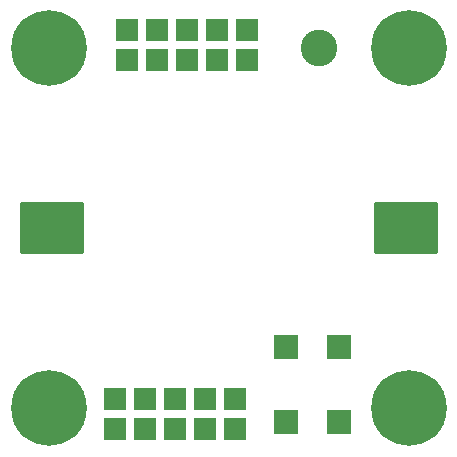
<source format=gbr>
%TF.GenerationSoftware,KiCad,Pcbnew,7.0.7-7.0.7~ubuntu23.04.1*%
%TF.CreationDate,2023-09-17T09:32:36+00:00*%
%TF.ProjectId,RTC02,52544330-322e-46b6-9963-61645f706362,rev?*%
%TF.SameCoordinates,Original*%
%TF.FileFunction,Soldermask,Top*%
%TF.FilePolarity,Negative*%
%FSLAX46Y46*%
G04 Gerber Fmt 4.6, Leading zero omitted, Abs format (unit mm)*
G04 Created by KiCad (PCBNEW 7.0.7-7.0.7~ubuntu23.04.1) date 2023-09-17 09:32:36*
%MOMM*%
%LPD*%
G01*
G04 APERTURE LIST*
G04 Aperture macros list*
%AMRoundRect*
0 Rectangle with rounded corners*
0 $1 Rounding radius*
0 $2 $3 $4 $5 $6 $7 $8 $9 X,Y pos of 4 corners*
0 Add a 4 corners polygon primitive as box body*
4,1,4,$2,$3,$4,$5,$6,$7,$8,$9,$2,$3,0*
0 Add four circle primitives for the rounded corners*
1,1,$1+$1,$2,$3*
1,1,$1+$1,$4,$5*
1,1,$1+$1,$6,$7*
1,1,$1+$1,$8,$9*
0 Add four rect primitives between the rounded corners*
20,1,$1+$1,$2,$3,$4,$5,0*
20,1,$1+$1,$4,$5,$6,$7,0*
20,1,$1+$1,$6,$7,$8,$9,0*
20,1,$1+$1,$8,$9,$2,$3,0*%
G04 Aperture macros list end*
%ADD10RoundRect,0.200000X-2.500000X-2.000000X2.500000X-2.000000X2.500000X2.000000X-2.500000X2.000000X0*%
%ADD11RoundRect,0.200000X-0.762000X0.762000X-0.762000X-0.762000X0.762000X-0.762000X0.762000X0.762000X0*%
%ADD12RoundRect,0.200000X0.762000X-0.762000X0.762000X0.762000X-0.762000X0.762000X-0.762000X-0.762000X0*%
%ADD13C,6.400000*%
%ADD14RoundRect,0.200000X0.838200X-0.838200X0.838200X0.838200X-0.838200X0.838200X-0.838200X-0.838200X0*%
%ADD15C,3.100000*%
G04 APERTURE END LIST*
D10*
%TO.C,BT1*%
X5320000Y20320000D03*
X35320000Y20320000D03*
%TD*%
D11*
%TO.C,J1*%
X21844000Y37084000D03*
X21844000Y34544000D03*
X19304000Y37084000D03*
X19304000Y34544000D03*
X16764000Y37084000D03*
X16764000Y34544000D03*
X14224000Y37084000D03*
X14224000Y34544000D03*
X11684000Y37084000D03*
X11684000Y34544000D03*
%TD*%
D12*
%TO.C,J2*%
X18288000Y3302000D03*
X18288000Y5842000D03*
%TD*%
%TO.C,J3*%
X15748000Y3302000D03*
X15748000Y5842000D03*
%TD*%
%TO.C,J4*%
X13208000Y3302000D03*
X13208000Y5842000D03*
%TD*%
%TO.C,J5*%
X20828000Y3302000D03*
X20828000Y5842000D03*
%TD*%
D13*
%TO.C,M1*%
X5080000Y5080000D03*
%TD*%
%TO.C,M2*%
X5080000Y35560000D03*
%TD*%
%TO.C,M3*%
X35560000Y35560000D03*
%TD*%
%TO.C,M4*%
X35560000Y5080000D03*
%TD*%
D14*
%TO.C,SW1*%
X25182000Y3962000D03*
X25182000Y10262000D03*
X29682000Y3962000D03*
X29682000Y10262000D03*
%TD*%
D12*
%TO.C,J6*%
X10668000Y3302000D03*
X10668000Y5842000D03*
%TD*%
D15*
%TO.C,D2*%
X27940000Y35560000D03*
%TD*%
M02*

</source>
